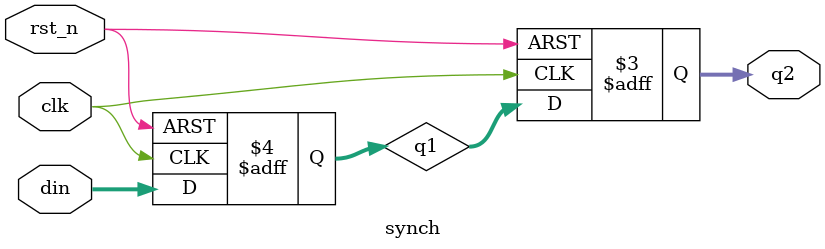
<source format=v>
`timescale 1ns / 1ps


module synch #(parameter ASIZE =4)(
    input      [ASIZE:0] din,      
    input                clk,
    input                rst_n,            
    output reg [ASIZE:0] q2
    );

    reg [ASIZE:0] q1;

    always @(posedge clk or negedge rst_n) begin
        if (!rst_n) 
            {q2, q1} <= 2'b0;         
        else 
            {q2, q1} <= {q1, din};  
    end 

endmodule

</source>
